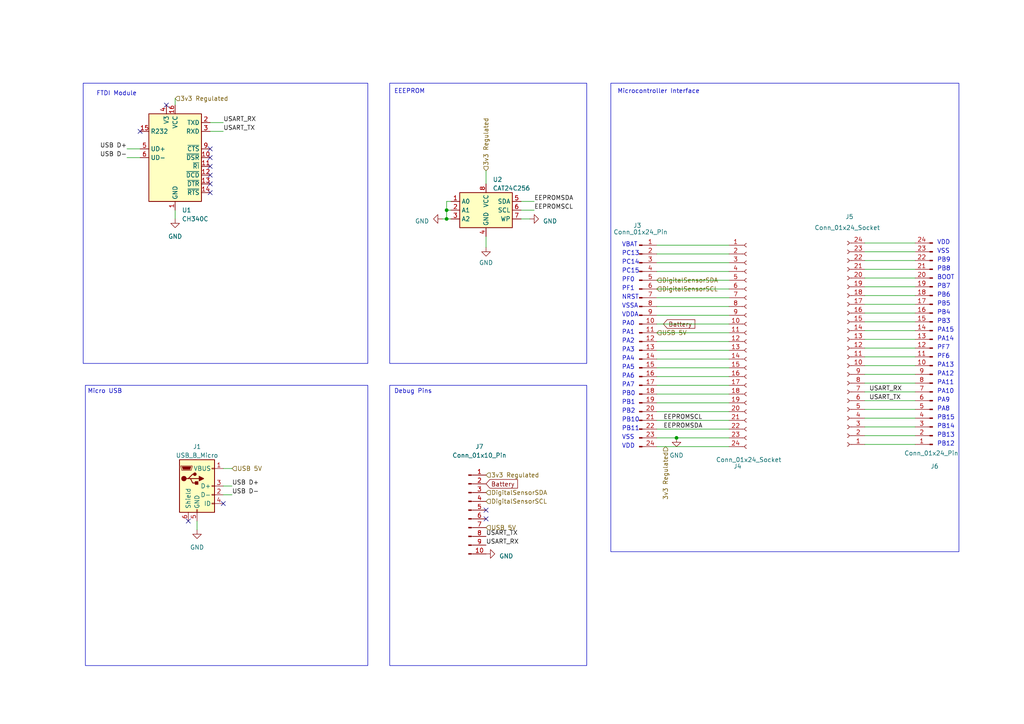
<source format=kicad_sch>
(kicad_sch (version 20230121) (generator eeschema)
  (paper "A4")
  (title_block (title "Interfacing Schematic") (date "2023-03-11") (rev "2"))
  (lib_symbols
    (symbol "Connector:Conn_01x10_Pin" (pin_names (offset 1.016) hide)
      (property "Reference" "J" (at 0 12.7 0))
      (property "Value" "Conn_01x10_Pin" (at 0 -15.24 0))
      (symbol "Conn_01x10_Pin_1_1"
        (polyline (pts (xy 1.27 -12.7) (xy 0.8636 -12.7)) (stroke (width 0.1524)))
        (polyline (pts (xy 1.27 -10.16) (xy 0.8636 -10.16)) (stroke (width 0.1524)))
        (polyline (pts (xy 1.27 -7.62) (xy 0.8636 -7.62)) (stroke (width 0.1524)))
        (polyline (pts (xy 1.27 -5.08) (xy 0.8636 -5.08)) (stroke (width 0.1524)))
        (polyline (pts (xy 1.27 -2.54) (xy 0.8636 -2.54)) (stroke (width 0.1524)))
        (polyline (pts (xy 1.27 0) (xy 0.8636 0)) (stroke (width 0.1524)))
        (polyline (pts (xy 1.27 2.54) (xy 0.8636 2.54)) (stroke (width 0.1524)))
        (polyline (pts (xy 1.27 5.08) (xy 0.8636 5.08)) (stroke (width 0.1524)))
        (polyline (pts (xy 1.27 7.62) (xy 0.8636 7.62)) (stroke (width 0.1524)))
        (polyline (pts (xy 1.27 10.16) (xy 0.8636 10.16)) (stroke (width 0.1524)))
        (rectangle (start 0.8636 -12.573) (end 0 -12.827) (stroke (width 0.1524)) (fill (type outline)))
        (rectangle (start 0.8636 -10.033) (end 0 -10.287) (stroke (width 0.1524)) (fill (type outline)))
        (rectangle (start 0.8636 -7.493) (end 0 -7.747) (stroke (width 0.1524)) (fill (type outline)))
        (rectangle (start 0.8636 -4.953) (end 0 -5.207) (stroke (width 0.1524)) (fill (type outline)))
        (rectangle (start 0.8636 -2.413) (end 0 -2.667) (stroke (width 0.1524)) (fill (type outline)))
        (rectangle (start 0.8636 0.127) (end 0 -0.127) (stroke (width 0.1524)) (fill (type outline)))
        (rectangle (start 0.8636 2.667) (end 0 2.413) (stroke (width 0.1524)) (fill (type outline)))
        (rectangle (start 0.8636 5.207) (end 0 4.953) (stroke (width 0.1524)) (fill (type outline)))
        (rectangle (start 0.8636 7.747) (end 0 7.493) (stroke (width 0.1524)) (fill (type outline)))
        (rectangle (start 0.8636 10.287) (end 0 10.033) (stroke (width 0.1524)) (fill (type outline)))
        (pin passive line (at 5.08 10.16 180) (length 3.81) (name "Pin_1") (number "1"))
        (pin passive line (at 5.08 -12.7 180) (length 3.81) (name "Pin_10") (number "10"))
        (pin passive line (at 5.08 7.62 180) (length 3.81) (name "Pin_2") (number "2"))
        (pin passive line (at 5.08 5.08 180) (length 3.81) (name "Pin_3") (number "3"))
        (pin passive line (at 5.08 2.54 180) (length 3.81) (name "Pin_4") (number "4"))
        (pin passive line (at 5.08 0 180) (length 3.81) (name "Pin_5") (number "5"))
        (pin passive line (at 5.08 -2.54 180) (length 3.81) (name "Pin_6") (number "6"))
        (pin passive line (at 5.08 -5.08 180) (length 3.81) (name "Pin_7") (number "7"))
        (pin passive line (at 5.08 -7.62 180) (length 3.81) (name "Pin_8") (number "8"))
        (pin passive line (at 5.08 -10.16 180) (length 3.81) (name "Pin_9") (number "9"))
      )
    )
    (symbol "Connector:Conn_01x24_Pin" (pin_names (offset 1.016) hide)
      (property "Reference" "J" (at 0 30.48 0))
      (property "Value" "Conn_01x24_Pin" (at 0 -33.02 0))
      (symbol "Conn_01x24_Pin_1_1"
        (polyline (pts (xy 1.27 -30.48) (xy 0.8636 -30.48)) (stroke (width 0.1524)))
        (polyline (pts (xy 1.27 -27.94) (xy 0.8636 -27.94)) (stroke (width 0.1524)))
        (polyline (pts (xy 1.27 -25.4) (xy 0.8636 -25.4)) (stroke (width 0.1524)))
        (polyline (pts (xy 1.27 -22.86) (xy 0.8636 -22.86)) (stroke (width 0.1524)))
        (polyline (pts (xy 1.27 -20.32) (xy 0.8636 -20.32)) (stroke (width 0.1524)))
        (polyline (pts (xy 1.27 -17.78) (xy 0.8636 -17.78)) (stroke (width 0.1524)))
        (polyline (pts (xy 1.27 -15.24) (xy 0.8636 -15.24)) (stroke (width 0.1524)))
        (polyline (pts (xy 1.27 -12.7) (xy 0.8636 -12.7)) (stroke (width 0.1524)))
        (polyline (pts (xy 1.27 -10.16) (xy 0.8636 -10.16)) (stroke (width 0.1524)))
        (polyline (pts (xy 1.27 -7.62) (xy 0.8636 -7.62)) (stroke (width 0.1524)))
        (polyline (pts (xy 1.27 -5.08) (xy 0.8636 -5.08)) (stroke (width 0.1524)))
        (polyline (pts (xy 1.27 -2.54) (xy 0.8636 -2.54)) (stroke (width 0.1524)))
        (polyline (pts (xy 1.27 0) (xy 0.8636 0)) (stroke (width 0.1524)))
        (polyline (pts (xy 1.27 2.54) (xy 0.8636 2.54)) (stroke (width 0.1524)))
        (polyline (pts (xy 1.27 5.08) (xy 0.8636 5.08)) (stroke (width 0.1524)))
        (polyline (pts (xy 1.27 7.62) (xy 0.8636 7.62)) (stroke (width 0.1524)))
        (polyline (pts (xy 1.27 10.16) (xy 0.8636 10.16)) (stroke (width 0.1524)))
        (polyline (pts (xy 1.27 12.7) (xy 0.8636 12.7)) (stroke (width 0.1524)))
        (polyline (pts (xy 1.27 15.24) (xy 0.8636 15.24)) (stroke (width 0.1524)))
        (polyline (pts (xy 1.27 17.78) (xy 0.8636 17.78)) (stroke (width 0.1524)))
        (polyline (pts (xy 1.27 20.32) (xy 0.8636 20.32)) (stroke (width 0.1524)))
        (polyline (pts (xy 1.27 22.86) (xy 0.8636 22.86)) (stroke (width 0.1524)))
        (polyline (pts (xy 1.27 25.4) (xy 0.8636 25.4)) (stroke (width 0.1524)))
        (polyline (pts (xy 1.27 27.94) (xy 0.8636 27.94)) (stroke (width 0.1524)))
        (rectangle (start 0.8636 -30.353) (end 0 -30.607) (stroke (width 0.1524)) (fill (type outline)))
        (rectangle (start 0.8636 -27.813) (end 0 -28.067) (stroke (width 0.1524)) (fill (type outline)))
        (rectangle (start 0.8636 -25.273) (end 0 -25.527) (stroke (width 0.1524)) (fill (type outline)))
        (rectangle (start 0.8636 -22.733) (end 0 -22.987) (stroke (width 0.1524)) (fill (type outline)))
        (rectangle (start 0.8636 -20.193) (end 0 -20.447) (stroke (width 0.1524)) (fill (type outline)))
        (rectangle (start 0.8636 -17.653) (end 0 -17.907) (stroke (width 0.1524)) (fill (type outline)))
        (rectangle (start 0.8636 -15.113) (end 0 -15.367) (stroke (width 0.1524)) (fill (type outline)))
        (rectangle (start 0.8636 -12.573) (end 0 -12.827) (stroke (width 0.1524)) (fill (type outline)))
        (rectangle (start 0.8636 -10.033) (end 0 -10.287) (stroke (width 0.1524)) (fill (type outline)))
        (rectangle (start 0.8636 -7.493) (end 0 -7.747) (stroke (width 0.1524)) (fill (type outline)))
        (rectangle (start 0.8636 -4.953) (end 0 -5.207) (stroke (width 0.1524)) (fill (type outline)))
        (rectangle (start 0.8636 -2.413) (end 0 -2.667) (stroke (width 0.1524)) (fill (type outline)))
        (rectangle (start 0.8636 0.127) (end 0 -0.127) (stroke (width 0.1524)) (fill (type outline)))
        (rectangle (start 0.8636 2.667) (end 0 2.413) (stroke (width 0.1524)) (fill (type outline)))
        (rectangle (start 0.8636 5.207) (end 0 4.953) (stroke (width 0.1524)) (fill (type outline)))
        (rectangle (start 0.8636 7.747) (end 0 7.493) (stroke (width 0.1524)) (fill (type outline)))
        (rectangle (start 0.8636 10.287) (end 0 10.033) (stroke (width 0.1524)) (fill (type outline)))
        (rectangle (start 0.8636 12.827) (end 0 12.573) (stroke (width 0.1524)) (fill (type outline)))
        (rectangle (start 0.8636 15.367) (end 0 15.113) (stroke (width 0.1524)) (fill (type outline)))
        (rectangle (start 0.8636 17.907) (end 0 17.653) (stroke (width 0.1524)) (fill (type outline)))
        (rectangle (start 0.8636 20.447) (end 0 20.193) (stroke (width 0.1524)) (fill (type outline)))
        (rectangle (start 0.8636 22.987) (end 0 22.733) (stroke (width 0.1524)) (fill (type outline)))
        (rectangle (start 0.8636 25.527) (end 0 25.273) (stroke (width 0.1524)) (fill (type outline)))
        (rectangle (start 0.8636 28.067) (end 0 27.813) (stroke (width 0.1524)) (fill (type outline)))
        (pin passive line (at 5.08 27.94 180) (length 3.81) (name "Pin_1") (number "1"))
        (pin passive line (at 5.08 5.08 180) (length 3.81) (name "Pin_10") (number "10"))
        (pin passive line (at 5.08 2.54 180) (length 3.81) (name "Pin_11") (number "11"))
        (pin passive line (at 5.08 0 180) (length 3.81) (name "Pin_12") (number "12"))
        (pin passive line (at 5.08 -2.54 180) (length 3.81) (name "Pin_13") (number "13"))
        (pin passive line (at 5.08 -5.08 180) (length 3.81) (name "Pin_14") (number "14"))
        (pin passive line (at 5.08 -7.62 180) (length 3.81) (name "Pin_15") (number "15"))
        (pin passive line (at 5.08 -10.16 180) (length 3.81) (name "Pin_16") (number "16"))
        (pin passive line (at 5.08 -12.7 180) (length 3.81) (name "Pin_17") (number "17"))
        (pin passive line (at 5.08 -15.24 180) (length 3.81) (name "Pin_18") (number "18"))
        (pin passive line (at 5.08 -17.78 180) (length 3.81) (name "Pin_19") (number "19"))
        (pin passive line (at 5.08 25.4 180) (length 3.81) (name "Pin_2") (number "2"))
        (pin passive line (at 5.08 -20.32 180) (length 3.81) (name "Pin_20") (number "20"))
        (pin passive line (at 5.08 -22.86 180) (length 3.81) (name "Pin_21") (number "21"))
        (pin passive line (at 5.08 -25.4 180) (length 3.81) (name "Pin_22") (number "22"))
        (pin passive line (at 5.08 -27.94 180) (length 3.81) (name "Pin_23") (number "23"))
        (pin passive line (at 5.08 -30.48 180) (length 3.81) (name "Pin_24") (number "24"))
        (pin passive line (at 5.08 22.86 180) (length 3.81) (name "Pin_3") (number "3"))
        (pin passive line (at 5.08 20.32 180) (length 3.81) (name "Pin_4") (number "4"))
        (pin passive line (at 5.08 17.78 180) (length 3.81) (name "Pin_5") (number "5"))
        (pin passive line (at 5.08 15.24 180) (length 3.81) (name "Pin_6") (number "6"))
        (pin passive line (at 5.08 12.7 180) (length 3.81) (name "Pin_7") (number "7"))
        (pin passive line (at 5.08 10.16 180) (length 3.81) (name "Pin_8") (number "8"))
        (pin passive line (at 5.08 7.62 180) (length 3.81) (name "Pin_9") (number "9"))
      )
    )
    (symbol "Connector:Conn_01x24_Socket" (pin_names (offset 1.016) hide)
      (property "Reference" "J" (at 0 30.48 0))
      (property "Value" "Conn_01x24_Socket" (at 0 -33.02 0))
      (symbol "Conn_01x24_Socket_1_1"
        (arc (start 0 -29.972) (mid -0.5058 -30.48) (end 0 -30.988) (stroke (width 0.1524)))
        (arc (start 0 -27.432) (mid -0.5058 -27.94) (end 0 -28.448) (stroke (width 0.1524)))
        (arc (start 0 -24.892) (mid -0.5058 -25.4) (end 0 -25.908) (stroke (width 0.1524)))
        (arc (start 0 -22.352) (mid -0.5058 -22.86) (end 0 -23.368) (stroke (width 0.1524)))
        (arc (start 0 -19.812) (mid -0.5058 -20.32) (end 0 -20.828) (stroke (width 0.1524)))
        (arc (start 0 -17.272) (mid -0.5058 -17.78) (end 0 -18.288) (stroke (width 0.1524)))
        (arc (start 0 -14.732) (mid -0.5058 -15.24) (end 0 -15.748) (stroke (width 0.1524)))
        (arc (start 0 -12.192) (mid -0.5058 -12.7) (end 0 -13.208) (stroke (width 0.1524)))
        (arc (start 0 -9.652) (mid -0.5058 -10.16) (end 0 -10.668) (stroke (width 0.1524)))
        (arc (start 0 -7.112) (mid -0.5058 -7.62) (end 0 -8.128) (stroke (width 0.1524)))
        (arc (start 0 -4.572) (mid -0.5058 -5.08) (end 0 -5.588) (stroke (width 0.1524)))
        (arc (start 0 -2.032) (mid -0.5058 -2.54) (end 0 -3.048) (stroke (width 0.1524)))
        (polyline (pts (xy -1.27 -30.48) (xy -0.508 -30.48)) (stroke (width 0.1524)))
        (polyline (pts (xy -1.27 -27.94) (xy -0.508 -27.94)) (stroke (width 0.1524)))
        (polyline (pts (xy -1.27 -25.4) (xy -0.508 -25.4)) (stroke (width 0.1524)))
        (polyline (pts (xy -1.27 -22.86) (xy -0.508 -22.86)) (stroke (width 0.1524)))
        (polyline (pts (xy -1.27 -20.32) (xy -0.508 -20.32)) (stroke (width 0.1524)))
        (polyline (pts (xy -1.27 -17.78) (xy -0.508 -17.78)) (stroke (width 0.1524)))
        (polyline (pts (xy -1.27 -15.24) (xy -0.508 -15.24)) (stroke (width 0.1524)))
        (polyline (pts (xy -1.27 -12.7) (xy -0.508 -12.7)) (stroke (width 0.1524)))
        (polyline (pts (xy -1.27 -10.16) (xy -0.508 -10.16)) (stroke (width 0.1524)))
        (polyline (pts (xy -1.27 -7.62) (xy -0.508 -7.62)) (stroke (width 0.1524)))
        (polyline (pts (xy -1.27 -5.08) (xy -0.508 -5.08)) (stroke (width 0.1524)))
        (polyline (pts (xy -1.27 -2.54) (xy -0.508 -2.54)) (stroke (width 0.1524)))
        (polyline (pts (xy -1.27 0) (xy -0.508 0)) (stroke (width 0.1524)))
        (polyline (pts (xy -1.27 2.54) (xy -0.508 2.54)) (stroke (width 0.1524)))
        (polyline (pts (xy -1.27 5.08) (xy -0.508 5.08)) (stroke (width 0.1524)))
        (polyline (pts (xy -1.27 7.62) (xy -0.508 7.62)) (stroke (width 0.1524)))
        (polyline (pts (xy -1.27 10.16) (xy -0.508 10.16)) (stroke (width 0.1524)))
        (polyline (pts (xy -1.27 12.7) (xy -0.508 12.7)) (stroke (width 0.1524)))
        (polyline (pts (xy -1.27 15.24) (xy -0.508 15.24)) (stroke (width 0.1524)))
        (polyline (pts (xy -1.27 17.78) (xy -0.508 17.78)) (stroke (width 0.1524)))
        (polyline (pts (xy -1.27 20.32) (xy -0.508 20.32)) (stroke (width 0.1524)))
        (polyline (pts (xy -1.27 22.86) (xy -0.508 22.86)) (stroke (width 0.1524)))
        (polyline (pts (xy -1.27 25.4) (xy -0.508 25.4)) (stroke (width 0.1524)))
        (polyline (pts (xy -1.27 27.94) (xy -0.508 27.94)) (stroke (width 0.1524)))
        (arc (start 0 0.508) (mid -0.5058 0) (end 0 -0.508) (stroke (width 0.1524)))
        (arc (start 0 3.048) (mid -0.5058 2.54) (end 0 2.032) (stroke (width 0.1524)))
        (arc (start 0 5.588) (mid -0.5058 5.08) (end 0 4.572) (stroke (width 0.1524)))
        (arc (start 0 8.128) (mid -0.5058 7.62) (end 0 7.112) (stroke (width 0.1524)))
        (arc (start 0 10.668) (mid -0.5058 10.16) (end 0 9.652) (stroke (width 0.1524)))
        (arc (start 0 13.208) (mid -0.5058 12.7) (end 0 12.192) (stroke (width 0.1524)))
        (arc (start 0 15.748) (mid -0.5058 15.24) (end 0 14.732) (stroke (width 0.1524)))
        (arc (start 0 18.288) (mid -0.5058 17.78) (end 0 17.272) (stroke (width 0.1524)))
        (arc (start 0 20.828) (mid -0.5058 20.32) (end 0 19.812) (stroke (width 0.1524)))
        (arc (start 0 23.368) (mid -0.5058 22.86) (end 0 22.352) (stroke (width 0.1524)))
        (arc (start 0 25.908) (mid -0.5058 25.4) (end 0 24.892) (stroke (width 0.1524)))
        (arc (start 0 28.448) (mid -0.5058 27.94) (end 0 27.432) (stroke (width 0.1524)))
        (pin passive line (at -5.08 27.94 0) (length 3.81) (name "Pin_1") (number "1"))
        (pin passive line (at -5.08 5.08 0) (length 3.81) (name "Pin_10") (number "10"))
        (pin passive line (at -5.08 2.54 0) (length 3.81) (name "Pin_11") (number "11"))
        (pin passive line (at -5.08 0 0) (length 3.81) (name "Pin_12") (number "12"))
        (pin passive line (at -5.08 -2.54 0) (length 3.81) (name "Pin_13") (number "13"))
        (pin passive line (at -5.08 -5.08 0) (length 3.81) (name "Pin_14") (number "14"))
        (pin passive line (at -5.08 -7.62 0) (length 3.81) (name "Pin_15") (number "15"))
        (pin passive line (at -5.08 -10.16 0) (length 3.81) (name "Pin_16") (number "16"))
        (pin passive line (at -5.08 -12.7 0) (length 3.81) (name "Pin_17") (number "17"))
        (pin passive line (at -5.08 -15.24 0) (length 3.81) (name "Pin_18") (number "18"))
        (pin passive line (at -5.08 -17.78 0) (length 3.81) (name "Pin_19") (number "19"))
        (pin passive line (at -5.08 25.4 0) (length 3.81) (name "Pin_2") (number "2"))
        (pin passive line (at -5.08 -20.32 0) (length 3.81) (name "Pin_20") (number "20"))
        (pin passive line (at -5.08 -22.86 0) (length 3.81) (name "Pin_21") (number "21"))
        (pin passive line (at -5.08 -25.4 0) (length 3.81) (name "Pin_22") (number "22"))
        (pin passive line (at -5.08 -27.94 0) (length 3.81) (name "Pin_23") (number "23"))
        (pin passive line (at -5.08 -30.48 0) (length 3.81) (name "Pin_24") (number "24"))
        (pin passive line (at -5.08 22.86 0) (length 3.81) (name "Pin_3") (number "3"))
        (pin passive line (at -5.08 20.32 0) (length 3.81) (name "Pin_4") (number "4"))
        (pin passive line (at -5.08 17.78 0) (length 3.81) (name "Pin_5") (number "5"))
        (pin passive line (at -5.08 15.24 0) (length 3.81) (name "Pin_6") (number "6"))
        (pin passive line (at -5.08 12.7 0) (length 3.81) (name "Pin_7") (number "7"))
        (pin passive line (at -5.08 10.16 0) (length 3.81) (name "Pin_8") (number "8"))
        (pin passive line (at -5.08 7.62 0) (length 3.81) (name "Pin_9") (number "9"))
      )
    )
    (symbol "Connector:USB_B_Micro" (pin_names (offset 1.016))
      (property "Reference" "J" (at -5.08 11.43 0))
      (property "Value" "USB_B_Micro" (at -5.08 8.89 0))
      (symbol "USB_B_Micro_0_1"
        (rectangle (start -5.08 -7.62) (end 5.08 7.62) (stroke (width 0.254)) (fill (type background)))
        (circle (center -3.81 2.159) (radius 0.635) (stroke (width 0.254)) (fill (type outline)))
        (circle (center -0.635 3.429) (radius 0.381) (stroke (width 0.254)) (fill (type outline)))
        (rectangle (start -0.127 -7.62) (end 0.127 -6.858))
        (polyline (pts (xy -1.905 2.159) (xy 0.635 2.159)) (stroke (width 0.254)))
        (polyline (pts (xy -3.175 2.159) (xy -2.54 2.159) (xy -1.27 3.429) (xy -0.635 3.429)) (stroke (width 0.254)))
        (polyline (pts (xy -2.54 2.159) (xy -1.905 2.159) (xy -1.27 0.889) (xy 0 0.889)) (stroke (width 0.254)))
        (polyline (pts (xy 0.635 2.794) (xy 0.635 1.524) (xy 1.905 2.159) (xy 0.635 2.794)) (stroke (width 0.254)) (fill (type outline)))
        (polyline (pts (xy -4.318 5.588) (xy -1.778 5.588) (xy -2.032 4.826) (xy -4.064 4.826) (xy -4.318 5.588)) (fill (type outline)))
        (polyline (pts (xy -4.699 5.842) (xy -4.699 5.588) (xy -4.445 4.826) (xy -4.445 4.572) (xy -1.651 4.572) (xy -1.651 4.826) (xy -1.397 5.588) (xy -1.397 5.842) (xy -4.699 5.842)))
        (rectangle (start 0.254 1.27) (end -0.508 0.508) (stroke (width 0.254)) (fill (type outline)))
        (rectangle (start 5.08 -5.207) (end 4.318 -4.953))
        (rectangle (start 5.08 -2.667) (end 4.318 -2.413))
        (rectangle (start 5.08 -0.127) (end 4.318 0.127))
        (rectangle (start 5.08 4.953) (end 4.318 5.207))
      )
      (symbol "USB_B_Micro_1_1"
        (pin power_out line (at 7.62 5.08 180) (length 2.54) (name "VBUS") (number "1"))
        (pin bidirectional line (at 7.62 -2.54 180) (length 2.54) (name "D-") (number "2"))
        (pin bidirectional line (at 7.62 0 180) (length 2.54) (name "D+") (number "3"))
        (pin passive line (at 7.62 -5.08 180) (length 2.54) (name "ID") (number "4"))
        (pin power_out line (at 0 -10.16 90) (length 2.54) (name "GND") (number "5"))
        (pin passive line (at -2.54 -10.16 90) (length 2.54) (name "Shield") (number "6"))
      )
    )
    (symbol "Interface_USB:CH340C"
      (property "Reference" "U" (at -5.08 13.97 0))
      (property "Value" "CH340C" (at 1.27 13.97 0))
      (symbol "CH340C_0_1"
        (rectangle (start -7.62 12.7) (end 7.62 -12.7) (stroke (width 0.254)) (fill (type background)))
      )
      (symbol "CH340C_1_1"
        (pin power_in line (at 0 -15.24 90) (length 2.54) (name "GND") (number "1"))
        (pin input line (at 10.16 0 180) (length 2.54) (name "~{DSR}") (number "10"))
        (pin input line (at 10.16 -2.54 180) (length 2.54) (name "~{RI}") (number "11"))
        (pin input line (at 10.16 -5.08 180) (length 2.54) (name "~{DCD}") (number "12"))
        (pin output line (at 10.16 -7.62 180) (length 2.54) (name "~{DTR}") (number "13"))
        (pin output line (at 10.16 -10.16 180) (length 2.54) (name "~{RTS}") (number "14"))
        (pin input line (at -10.16 7.62 0) (length 2.54) (name "R232") (number "15"))
        (pin power_in line (at 0 15.24 270) (length 2.54) (name "VCC") (number "16"))
        (pin output line (at 10.16 10.16 180) (length 2.54) (name "TXD") (number "2"))
        (pin input line (at 10.16 7.62 180) (length 2.54) (name "RXD") (number "3"))
        (pin passive line (at -2.54 15.24 270) (length 2.54) (name "V3") (number "4"))
        (pin bidirectional line (at -10.16 2.54 0) (length 2.54) (name "UD+") (number "5"))
        (pin bidirectional line (at -10.16 0 0) (length 2.54) (name "UD-") (number "6"))
        (pin no_connect line (at -7.62 -7.62 0) (length 2.54) hide (name "NC") (number "7"))
        (pin no_connect line (at -7.62 -10.16 0) (length 2.54) hide (name "NC") (number "8"))
        (pin input line (at 10.16 2.54 180) (length 2.54) (name "~{CTS}") (number "9"))
      )
    )
    (symbol "Memory_EEPROM:CAT24C256"
      (property "Reference" "U" (at -6.35 6.35 0))
      (property "Value" "CAT24C256" (at 1.27 6.35 0))
      (symbol "CAT24C256_1_1"
        (rectangle (start -7.62 5.08) (end 7.62 -5.08) (stroke (width 0.254)) (fill (type background)))
        (pin input line (at -10.16 2.54 0) (length 2.54) (name "A0") (number "1"))
        (pin input line (at -10.16 0 0) (length 2.54) (name "A1") (number "2"))
        (pin input line (at -10.16 -2.54 0) (length 2.54) (name "A2") (number "3"))
        (pin power_in line (at 0 -7.62 90) (length 2.54) (name "GND") (number "4"))
        (pin bidirectional line (at 10.16 2.54 180) (length 2.54) (name "SDA") (number "5"))
        (pin input line (at 10.16 0 180) (length 2.54) (name "SCL") (number "6"))
        (pin input line (at 10.16 -2.54 180) (length 2.54) (name "WP") (number "7"))
        (pin power_in line (at 0 7.62 270) (length 2.54) (name "VCC") (number "8"))
      )
    )
    (symbol "power:GND" (power) (pin_names (offset 0))
      (property "Value" "GND" (at 0 -3.81 0))
      (symbol "GND_0_1"
        (polyline (pts (xy 0 0) (xy 0 -1.27) (xy 1.27 -1.27) (xy 0 -2.54) (xy -1.27 -1.27) (xy 0 -1.27)))
      )
      (symbol "GND_1_1"
        (pin power_in line (at 0 0 270) (length 0) hide (name "GND") (number "1"))
      )
    )
  )
  (junction (at 129.54 60.96))
  (junction (at 129.54 63.5))
  (junction (at 196.215 127))
  (no_connect (at 40.64 38.1))
  (no_connect (at 60.96 53.34))
  (no_connect (at 140.97 150.495))
  (no_connect (at 60.96 45.72))
  (no_connect (at 60.96 43.18))
  (no_connect (at 60.96 48.26))
  (no_connect (at 64.77 146.05))
  (no_connect (at 60.96 50.8))
  (no_connect (at 54.61 151.13))
  (no_connect (at 60.96 55.88))
  (no_connect (at 140.97 147.955))
  (no_connect (at 48.26 30.48))
  (wire (pts (xy 190.5 104.14) (xy 211.455 104.14)))
  (wire (pts (xy 151.13 63.5) (xy 153.67 63.5)))
  (wire (pts (xy 250.825 73.025) (xy 265.43 73.025)))
  (wire (pts (xy 57.15 151.13) (xy 57.15 153.67)))
  (wire (pts (xy 250.825 108.585) (xy 265.43 108.585)))
  (wire (pts (xy 250.825 75.565) (xy 265.43 75.565)))
  (wire (pts (xy 190.5 88.9) (xy 211.455 88.9)))
  (wire (pts (xy 190.5 73.66) (xy 211.455 73.66)))
  (wire (pts (xy 64.77 143.51) (xy 67.31 143.51)))
  (wire (pts (xy 250.825 100.965) (xy 265.43 100.965)))
  (wire (pts (xy 190.5 116.84) (xy 211.455 116.84)))
  (wire (pts (xy 250.825 111.125) (xy 265.43 111.125)))
  (wire (pts (xy 250.825 93.345) (xy 265.43 93.345)))
  (wire (pts (xy 250.825 83.185) (xy 265.43 83.185)))
  (wire (pts (xy 190.5 101.6) (xy 211.455 101.6)))
  (wire (pts (xy 60.96 38.1) (xy 64.77 38.1)))
  (wire (pts (xy 151.13 60.96) (xy 154.94 60.96)))
  (wire (pts (xy 250.825 118.745) (xy 265.43 118.745)))
  (wire (pts (xy 151.13 58.42) (xy 154.94 58.42)))
  (wire (pts (xy 190.5 71.12) (xy 211.455 71.12)))
  (wire (pts (xy 130.81 60.96) (xy 129.54 60.96)))
  (wire (pts (xy 250.825 95.885) (xy 265.43 95.885)))
  (wire (pts (xy 130.81 58.42) (xy 129.54 58.42)))
  (wire (pts (xy 190.5 106.68) (xy 211.455 106.68)))
  (wire (pts (xy 190.5 124.46) (xy 211.455 124.46)))
  (wire (pts (xy 250.825 113.665) (xy 265.43 113.665)))
  (wire (pts (xy 64.77 35.56) (xy 60.96 35.56)))
  (wire (pts (xy 190.5 99.06) (xy 211.455 99.06)))
  (wire (pts (xy 250.825 90.805) (xy 265.43 90.805)))
  (wire (pts (xy 129.54 58.42) (xy 129.54 60.96)))
  (wire (pts (xy 190.5 83.82) (xy 211.455 83.82)))
  (wire (pts (xy 190.5 81.28) (xy 211.455 81.28)))
  (wire (pts (xy 190.5 78.74) (xy 211.455 78.74)))
  (wire (pts (xy 36.83 45.72) (xy 40.64 45.72)))
  (wire (pts (xy 140.97 68.58) (xy 140.97 71.755)))
  (wire (pts (xy 36.83 43.18) (xy 40.64 43.18)))
  (wire (pts (xy 196.215 127) (xy 211.455 127)))
  (wire (pts (xy 190.5 86.36) (xy 211.455 86.36)))
  (wire (pts (xy 250.825 85.725) (xy 265.43 85.725)))
  (wire (pts (xy 250.825 103.505) (xy 265.43 103.505)))
  (wire (pts (xy 129.54 60.96) (xy 129.54 63.5)))
  (wire (pts (xy 190.5 91.44) (xy 211.455 91.44)))
  (wire (pts (xy 190.5 121.92) (xy 211.455 121.92)))
  (wire (pts (xy 190.5 111.76) (xy 211.455 111.76)))
  (wire (pts (xy 190.5 114.3) (xy 211.455 114.3)))
  (wire (pts (xy 50.8 60.96) (xy 50.8 63.5)))
  (wire (pts (xy 250.825 80.645) (xy 265.43 80.645)))
  (wire (pts (xy 64.77 140.97) (xy 67.31 140.97)))
  (wire (pts (xy 250.825 121.285) (xy 265.43 121.285)))
  (wire (pts (xy 190.5 119.38) (xy 211.455 119.38)))
  (wire (pts (xy 190.5 76.2) (xy 211.455 76.2)))
  (wire (pts (xy 190.5 127) (xy 196.215 127)))
  (wire (pts (xy 140.97 49.53) (xy 140.97 53.34)))
  (wire (pts (xy 250.825 88.265) (xy 265.43 88.265)))
  (wire (pts (xy 250.825 128.905) (xy 265.43 128.905)))
  (wire (pts (xy 129.54 63.5) (xy 130.81 63.5)))
  (wire (pts (xy 250.825 116.205) (xy 265.43 116.205)))
  (wire (pts (xy 250.825 126.365) (xy 265.43 126.365)))
  (wire (pts (xy 50.8 28.575) (xy 50.8 30.48)))
  (wire (pts (xy 190.5 109.22) (xy 211.455 109.22)))
  (wire (pts (xy 250.825 98.425) (xy 265.43 98.425)))
  (wire (pts (xy 190.5 96.52) (xy 211.455 96.52)))
  (wire (pts (xy 64.77 135.89) (xy 67.31 135.89)))
  (wire (pts (xy 190.5 129.54) (xy 211.455 129.54)))
  (wire (pts (xy 190.5 93.98) (xy 211.455 93.98)))
  (wire (pts (xy 250.825 70.485) (xy 265.43 70.485)))
  (wire (pts (xy 128.27 63.5) (xy 129.54 63.5)))
  (wire (pts (xy 250.825 123.825) (xy 265.43 123.825)))
  (wire (pts (xy 250.825 106.045) (xy 265.43 106.045)))
  (wire (pts (xy 250.825 78.105) (xy 265.43 78.105)))
  (rectangle (start 24.765 111.76) (end 106.68 193.04))
  (rectangle (start 113.03 24.13) (end 170.18 105.41))
  (rectangle (start 113.03 111.76) (end 170.18 193.04))
  (rectangle (start 24.13 24.13) (end 106.68 105.41))
  (rectangle (start 177.165 24.13) (end 278.13 160.02))
  (text "VSS" (at 271.78 73.66 0) (effects (font (size 1.27 1.27)) (justify left bottom)))
  (text "PA5" (at 180.34 107.315 0) (effects (font (size 1.27 1.27)) (justify left bottom)))
  (text "NRST" (at 180.34 86.995 0) (effects (font (size 1.27 1.27)) (justify left bottom)))
  (text "PB4" (at 271.78 91.44 0) (effects (font (size 1.27 1.27)) (justify left bottom)))
  (text "PA13" (at 271.78 106.68 0) (effects (font (size 1.27 1.27)) (justify left bottom)))
  (text "VDDA" (at 180.34 92.075 0) (effects (font (size 1.27 1.27)) (justify left bottom)))
  (text "PB15" (at 271.78 121.92 0) (effects (font (size 1.27 1.27)) (justify left bottom)))
  (text "PA14" (at 271.78 99.06 0) (effects (font (size 1.27 1.27)) (justify left bottom)))
  (text "PB12" (at 271.78 129.54 0) (effects (font (size 1.27 1.27)) (justify left bottom)))
  (text "PA0\n" (at 180.34 94.615 0) (effects (font (size 1.27 1.27)) (justify left bottom)))
  (text "PB9" (at 271.78 76.2 0) (effects (font (size 1.27 1.27)) (justify left bottom)))
  (text "VDD" (at 271.78 71.12 0) (effects (font (size 1.27 1.27)) (justify left bottom)))
  (text "PB1" (at 180.34 117.475 0) (effects (font (size 1.27 1.27)) (justify left bottom)))
  (text "VSS" (at 180.34 127.635 0) (effects (font (size 1.27 1.27)) (justify left bottom)))
  (text "PA1\n" (at 180.34 97.155 0) (effects (font (size 1.27 1.27)) (justify left bottom)))
  (text "PA11" (at 271.78 111.76 0) (effects (font (size 1.27 1.27)) (justify left bottom)))
  (text "PB13" (at 271.78 127 0) (effects (font (size 1.27 1.27)) (justify left bottom)))
  (text "PA9" (at 271.78 116.84 0) (effects (font (size 1.27 1.27)) (justify left bottom)))
  (text "Micro USB" (at 25.4 114.3 0) (effects (font (size 1.27 1.27)) (justify left bottom)))
  (text "PB0" (at 180.34 114.935 0) (effects (font (size 1.27 1.27)) (justify left bottom)))
  (text "PC13\n" (at 180.34 74.295 0) (effects (font (size 1.27 1.27)) (justify left bottom)))
  (text "PB8" (at 271.78 78.74 0) (effects (font (size 1.27 1.27)) (justify left bottom)))
  (text "EEEPROM\n" (at 114.3 27.305 0) (effects (font (size 1.27 1.27)) (justify left bottom)))
  (text "VBAT\n" (at 180.34 71.755 0) (effects (font (size 1.27 1.27)) (justify left bottom)))
  (text "PA6" (at 180.34 109.855 0) (effects (font (size 1.27 1.27)) (justify left bottom)))
  (text "PA4" (at 180.34 104.775 0) (effects (font (size 1.27 1.27)) (justify left bottom)))
  (text "PF6" (at 271.78 104.14 0) (effects (font (size 1.27 1.27)) (justify left bottom)))
  (text "PA12" (at 271.78 109.22 0) (effects (font (size 1.27 1.27)) (justify left bottom)))
  (text "PA15" (at 271.78 96.52 0) (effects (font (size 1.27 1.27)) (justify left bottom)))
  (text "Debug Pins" (at 114.3 114.3 0) (effects (font (size 1.27 1.27)) (justify left bottom)))
  (text "PB6" (at 271.78 86.36 0) (effects (font (size 1.27 1.27)) (justify left bottom)))
  (text "VDD" (at 180.34 130.175 0) (effects (font (size 1.27 1.27)) (justify left bottom)))
  (text "PA2" (at 180.34 99.695 0) (effects (font (size 1.27 1.27)) (justify left bottom)))
  (text "PB7" (at 271.78 83.82 0) (effects (font (size 1.27 1.27)) (justify left bottom)))
  (text "FTDI Module\n" (at 27.94 27.94 0) (effects (font (size 1.27 1.27)) (justify left bottom)))
  (text "PB3" (at 271.78 93.98 0) (effects (font (size 1.27 1.27)) (justify left bottom)))
  (text "PA10" (at 271.78 114.3 0) (effects (font (size 1.27 1.27)) (justify left bottom)))
  (text "Microcontroller Interface\n" (at 179.07 27.305 0) (effects (font (size 1.27 1.27)) (justify left bottom)))
  (text "PC15" (at 180.34 79.375 0) (effects (font (size 1.27 1.27)) (justify left bottom)))
  (text "PA7" (at 180.34 112.395 0) (effects (font (size 1.27 1.27)) (justify left bottom)))
  (text "BOOT" (at 271.78 81.28 0) (effects (font (size 1.27 1.27)) (justify left bottom)))
  (text "PC14" (at 180.34 76.835 0) (effects (font (size 1.27 1.27)) (justify left bottom)))
  (text "PB5" (at 271.78 88.9 0) (effects (font (size 1.27 1.27)) (justify left bottom)))
  (text "VSSA" (at 180.34 89.535 0) (effects (font (size 1.27 1.27)) (justify left bottom)))
  (text "PB11\n" (at 180.34 125.095 0) (effects (font (size 1.27 1.27)) (justify left bottom)))
  (text "PF0\n" (at 180.34 81.915 0) (effects (font (size 1.27 1.27)) (justify left bottom)))
  (text "PA3" (at 180.34 102.235 0) (effects (font (size 1.27 1.27)) (justify left bottom)))
  (text "PA8" (at 271.78 119.38 0) (effects (font (size 1.27 1.27)) (justify left bottom)))
  (text "PB10" (at 180.34 122.555 0) (effects (font (size 1.27 1.27)) (justify left bottom)))
  (text "PF7" (at 271.78 101.6 0) (effects (font (size 1.27 1.27)) (justify left bottom)))
  (text "PF1" (at 180.34 84.455 0) (effects (font (size 1.27 1.27)) (justify left bottom)))
  (text "PB2" (at 180.34 120.015 0) (effects (font (size 1.27 1.27)) (justify left bottom)))
  (text "PB14" (at 271.78 124.46 0) (effects (font (size 1.27 1.27)) (justify left bottom)))
  (label "EEPROMSCL" (at 192.405 121.92 0))
  (label "USB D+" (at 36.83 43.18 180))
  (label "EEPROMSDA" (at 192.405 124.46 0))
  (label "USART_TX" (at 140.97 155.575 0))
  (label "EEPROMSCL" (at 154.94 60.96 0))
  (label "USART_RX" (at 64.77 35.56 0))
  (label "EEPROMSDA" (at 154.94 58.42 0))
  (label "USART_RX" (at 252.095 113.665 0))
  (label "USB D+" (at 67.31 140.97 0))
  (label "USB D-" (at 36.83 45.72 180))
  (label "USB D-" (at 67.31 143.51 0))
  (label "USART_TX" (at 64.77 38.1 0))
  (label "USART_RX" (at 140.97 158.115 0))
  (label "USART_TX" (at 252.095 116.205 0))
  (global_label "Battery" (shape input) (at 140.97 140.335 0) (property "Intersheetrefs" "${INTERSHEET_REFS}" (effects hide)))
  (global_label "Battery" (shape input) (at 192.405 93.98 0) (property "Intersheetrefs" "${INTERSHEET_REFS}" (effects hide)))
  (hierarchical_label "3v3 Regulated" (shape input) (at 140.97 49.53 90))
  (hierarchical_label "3v3 Regulated" (shape input) (at 50.8 28.575 0))
  (hierarchical_label "USB 5V" (shape input) (at 190.5 96.52 0))
  (hierarchical_label "3v3 Regulated" (shape input) (at 193.04 129.54 270))
  (hierarchical_label "DigitalSensorSCL" (shape input) (at 140.97 145.415 0))
  (hierarchical_label "USB 5V" (shape input) (at 67.31 135.89 0))
  (hierarchical_label "3v3 Regulated" (shape input) (at 140.97 137.795 0))
  (hierarchical_label "DigitalSensorSCL" (shape input) (at 190.5 83.82 0))
  (hierarchical_label "DigitalSensorSDA" (shape input) (at 140.97 142.875 0))
  (hierarchical_label "USB 5V" (shape input) (at 140.97 153.035 0))
  (hierarchical_label "DigitalSensorSDA" (shape input) (at 190.5 81.28 0))
  (symbol (lib_id "Memory_EEPROM:CAT24C256") (at 140.97 60.96 0) (unit 1)
    (property "Reference" "U2" (at 142.9259 52.07 0) (effects (justify left)))
    (property "Value" "CAT24C256" (at 142.9259 54.61 0) (effects (justify left)))
    (property "Footprint" "Package_TO_SOT_SMD:SOT-89-3" (effects hide))
    (property "Datasheet" "https://www.onsemi.cn/PowerSolutions/document/CAT24C256-D.PDF" (effects hide))
  )
  (symbol (lib_id "power:GND") (at 128.27 63.5 270) (unit 1)
    (property "Reference" "#PWR011" (effects hide))
    (property "Value" "GND" (at 124.46 64.135 90) (effects (justify right)))
  )
  (symbol (lib_id "power:GND") (at 57.15 153.67 0) (unit 1)
    (property "Reference" "#PWR07" (effects hide))
    (property "Value" "GND" (at 57.15 158.75 0))
  )
  (symbol (lib_id "power:GND") (at 140.97 71.755 0) (unit 1)
    (property "Reference" "#PWR08" (effects hide))
    (property "Value" "GND" (at 140.97 76.2 0))
  )
  (symbol (lib_id "power:GND") (at 153.67 63.5 90) (unit 1)
    (property "Reference" "#PWR012" (effects hide))
    (property "Value" "GND" (at 157.48 64.135 90) (effects (justify right)))
  )
  (symbol (lib_id "Connector:Conn_01x10_Pin") (at 135.89 147.955 0) (unit 1)
    (property "Reference" "J7" (at 139.065 129.54 0))
    (property "Value" "Conn_01x10_Pin" (at 139.065 132.08 0))
    (property "Footprint" "Connector_PinHeader_2.54mm:PinHeader_1x10_P2.54mm_Vertical" (effects hide))
  )
  (symbol (lib_id "Interface_USB:CH340C") (at 50.8 45.72 0) (unit 1)
    (property "Reference" "U1" (at 52.7559 60.96 0) (effects (justify left)))
    (property "Value" "CH340C" (at 52.7559 63.5 0) (effects (justify left)))
    (property "Footprint" "Package_SO:SOIC-8W_5.3x5.3mm_P1.27mm" (effects hide))
    (property "Datasheet" "https://datasheet.lcsc.com/szlcsc/Jiangsu-Qin-Heng-CH340C_C84681.pdf" (effects hide))
  )
  (symbol (lib_id "Connector:Conn_01x24_Socket") (at 216.535 99.06 0) (unit 1)
    (property "Reference" "J4" (at 212.725 135.255 0) (effects (justify left)))
    (property "Value" "Conn_01x24_Socket" (at 207.645 133.35 0) (effects (justify left)))
    (property "Footprint" "Connector_PinSocket_2.54mm:PinSocket_1x24_P2.54mm_Vertical" (effects hide))
  )
  (symbol (lib_id "Connector:Conn_01x24_Pin") (at 270.51 100.965 180) (unit 1)
    (property "Reference" "J6" (at 269.875 135.255 0) (effects (justify right)))
    (property "Value" "Conn_01x24_Pin" (at 262.255 131.445 0) (effects (justify right)))
    (property "Footprint" "Connector_PinHeader_2.54mm:PinHeader_1x24_P2.54mm_Vertical" (effects hide))
  )
  (symbol (lib_id "Connector:Conn_01x24_Pin") (at 185.42 99.06 0) (unit 1)
    (property "Reference" "J3" (at 186.055 65.405 0) (effects (justify right)))
    (property "Value" "Conn_01x24_Pin" (at 193.675 67.31 0) (effects (justify right)))
    (property "Footprint" "Connector_PinHeader_2.54mm:PinHeader_1x24_P2.54mm_Vertical" (effects hide))
  )
  (symbol (lib_id "power:GND") (at 140.97 160.655 90) (unit 1)
    (property "Reference" "#PWR014" (effects hide))
    (property "Value" "GND" (at 144.78 161.29 90) (effects (justify right)))
  )
  (symbol (lib_id "power:GND") (at 196.215 127 0) (unit 1)
    (property "Reference" "#PWR013" (effects hide))
    (property "Value" "GND" (at 196.215 132.08 0))
  )
  (symbol (lib_id "power:GND") (at 50.8 63.5 0) (unit 1)
    (property "Reference" "#PWR06" (effects hide))
    (property "Value" "GND" (at 50.8 68.58 0))
  )
  (symbol (lib_id "Connector:USB_B_Micro") (at 57.15 140.97 0) (unit 1)
    (property "Reference" "J1" (at 57.15 129.54 0))
    (property "Value" "USB_B_Micro" (at 57.15 132.08 0))
    (property "Footprint" "Connector_USB:USB_Mini-B_Lumberg_2486_01_Horizontal" (effects hide))
  )
  (symbol (lib_id "Connector:Conn_01x24_Socket") (at 245.745 100.965 180) (unit 1)
    (property "Reference" "J5" (at 246.38 62.865 0))
    (property "Value" "Conn_01x24_Socket" (at 245.745 66.04 0))
    (property "Footprint" "Connector_PinSocket_2.54mm:PinSocket_1x24_P2.54mm_Vertical" (effects hide))
  )
)
</source>
